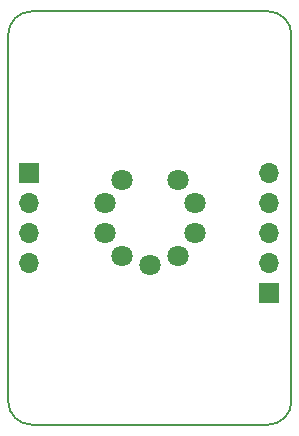
<source format=gbr>
G04 #@! TF.GenerationSoftware,KiCad,Pcbnew,5.1.6-c6e7f7d~86~ubuntu20.04.1*
G04 #@! TF.CreationDate,2020-05-17T16:01:39+03:00*
G04 #@! TF.ProjectId,GB-BRK-TR-A,47422d42-524b-42d5-9452-2d412e6b6963,v1.0*
G04 #@! TF.SameCoordinates,Original*
G04 #@! TF.FileFunction,Copper,L2,Bot*
G04 #@! TF.FilePolarity,Positive*
%FSLAX46Y46*%
G04 Gerber Fmt 4.6, Leading zero omitted, Abs format (unit mm)*
G04 Created by KiCad (PCBNEW 5.1.6-c6e7f7d~86~ubuntu20.04.1) date 2020-05-17 16:01:39*
%MOMM*%
%LPD*%
G01*
G04 APERTURE LIST*
G04 #@! TA.AperFunction,Profile*
%ADD10C,0.150000*%
G04 #@! TD*
G04 #@! TA.AperFunction,ComponentPad*
%ADD11O,1.700000X1.700000*%
G04 #@! TD*
G04 #@! TA.AperFunction,ComponentPad*
%ADD12R,1.700000X1.700000*%
G04 #@! TD*
G04 #@! TA.AperFunction,ComponentPad*
%ADD13C,1.800000*%
G04 #@! TD*
G04 APERTURE END LIST*
D10*
X53000000Y-85000000D02*
G75*
G02*
X51000000Y-83000000I0J2000000D01*
G01*
X75000000Y-83000000D02*
G75*
G02*
X73000000Y-85000000I-2000000J0D01*
G01*
X73000000Y-50000000D02*
G75*
G02*
X75000000Y-52000000I0J-2000000D01*
G01*
X51000000Y-52000000D02*
G75*
G02*
X53000000Y-50000000I2000000J0D01*
G01*
X51000000Y-83000000D02*
X51000000Y-52000000D01*
X73000000Y-85000000D02*
X53000000Y-85000000D01*
X75000000Y-52000000D02*
X75000000Y-83000000D01*
X53000000Y-50000000D02*
X73000000Y-50000000D01*
D11*
X52800000Y-71310000D03*
X52800000Y-68770000D03*
X52800000Y-66230000D03*
D12*
X52800000Y-63690000D03*
D11*
X73120000Y-63690000D03*
X73120000Y-66230000D03*
X73120000Y-68770000D03*
X73120000Y-71310000D03*
D12*
X73120000Y-73850000D03*
D13*
X60640000Y-64260000D03*
X59200000Y-66260000D03*
X59200000Y-68740000D03*
X60640000Y-70740000D03*
X63000000Y-71500000D03*
X65360000Y-70740000D03*
X66800000Y-66260000D03*
X66800000Y-68740000D03*
X65360000Y-64260000D03*
M02*

</source>
